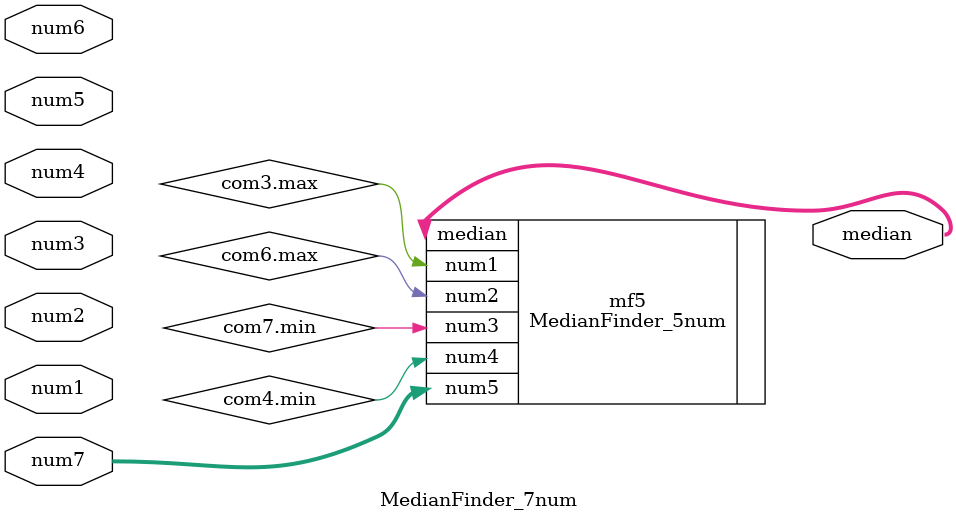
<source format=v>
module MedianFinder_7num(num1, num2, num3, num4, num5, num6, num7, median);
    input  [3:0] num1, num2, num3, num4, num5, num6, num7;
    output [3:0] median;

    Comparator com1(.A(num1),     .B(num2),     .min(), .max());
    Comparator com2(.A(num3),     .B(num4),     .min(), .max());
    Comparator com3(.A(com1.min), .B(com2.min), .min(), .max());
    Comparator com4(.A(com1.max), .B(com2.max), .min(), .max());
    Comparator com5(.A(num5),     .B(num6),     .min(), .max());
    Comparator com6(.A(com3.min), .B(com5.min), .min(), .max());
    Comparator com7(.A(com5.max), .B(com4.max), .min(), .max());

    MedianFinder_5num mf5(.num1(com3.max), .num2(com6.max), .num3(com7.min), .num4(com4.min), .num5(num7), .median(median));
endmodule
</source>
